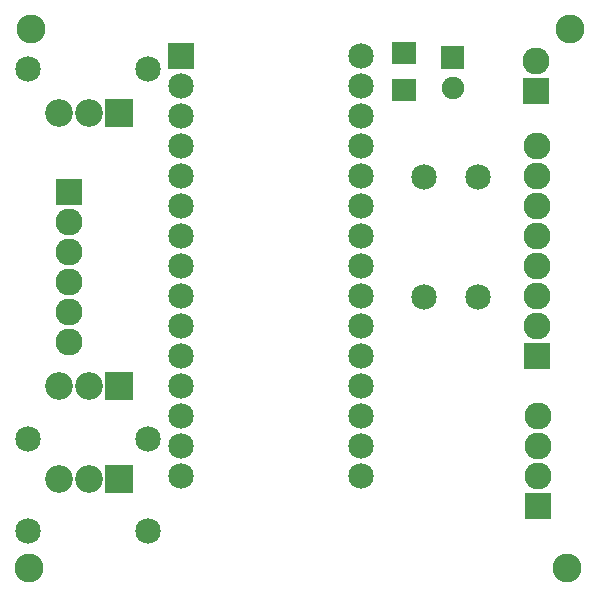
<source format=gts>
G04 MADE WITH FRITZING*
G04 WWW.FRITZING.ORG*
G04 DOUBLE SIDED*
G04 HOLES PLATED*
G04 CONTOUR ON CENTER OF CONTOUR VECTOR*
%ASAXBY*%
%FSLAX23Y23*%
%MOIN*%
%OFA0B0*%
%SFA1.0B1.0*%
%ADD10C,0.090000*%
%ADD11C,0.096614*%
%ADD12C,0.085000*%
%ADD13C,0.092000*%
%ADD14C,0.075000*%
%ADD15R,0.090000X0.090000*%
%ADD16R,0.084803X0.072992*%
%ADD17R,0.092000X0.092000*%
%ADD18R,0.085000X0.085000*%
%ADD19R,0.001000X0.001000*%
%LNMASK1*%
G90*
G70*
G54D10*
X214Y1336D03*
X214Y1236D03*
X214Y1136D03*
X214Y1036D03*
X214Y936D03*
X214Y836D03*
X1778Y290D03*
X1778Y390D03*
X1778Y490D03*
X1778Y590D03*
X1771Y1674D03*
X1771Y1774D03*
G54D11*
X1876Y83D03*
X1885Y1882D03*
X81Y83D03*
X89Y1882D03*
G54D12*
X479Y1747D03*
X79Y1747D03*
X479Y513D03*
X79Y513D03*
X479Y206D03*
X79Y206D03*
X1578Y1386D03*
X1578Y986D03*
X1399Y1386D03*
X1399Y986D03*
G54D13*
X382Y1601D03*
X282Y1601D03*
X182Y1601D03*
X382Y692D03*
X282Y692D03*
X182Y692D03*
X382Y381D03*
X282Y381D03*
X182Y381D03*
G54D14*
X1495Y1784D03*
X1495Y1684D03*
X1495Y1784D03*
X1495Y1684D03*
G54D10*
X1775Y791D03*
X1775Y891D03*
X1775Y991D03*
X1775Y1091D03*
X1775Y1191D03*
X1775Y1291D03*
X1775Y1391D03*
X1775Y1491D03*
G54D12*
X590Y1792D03*
X1190Y1792D03*
X590Y1692D03*
X1190Y1692D03*
X590Y1592D03*
X1190Y1592D03*
X590Y1492D03*
X1190Y1492D03*
X590Y1392D03*
X1190Y1392D03*
X590Y1292D03*
X1190Y1292D03*
X590Y1192D03*
X1190Y1192D03*
X590Y1092D03*
X1190Y1092D03*
X590Y992D03*
X1190Y992D03*
X590Y892D03*
X1190Y892D03*
X590Y792D03*
X1190Y792D03*
X590Y692D03*
X1190Y692D03*
X590Y592D03*
X1190Y592D03*
X590Y492D03*
X1190Y492D03*
X590Y392D03*
X1190Y392D03*
G54D15*
X214Y1336D03*
X1778Y290D03*
X1771Y1674D03*
G54D16*
X1331Y1800D03*
X1331Y1678D03*
G54D17*
X382Y1601D03*
X382Y692D03*
X382Y381D03*
G54D15*
X1775Y791D03*
G54D18*
X590Y1792D03*
G54D19*
X1457Y1822D02*
X1531Y1822D01*
X1457Y1821D02*
X1531Y1821D01*
X1457Y1820D02*
X1531Y1820D01*
X1457Y1819D02*
X1531Y1819D01*
X1457Y1818D02*
X1531Y1818D01*
X1457Y1817D02*
X1531Y1817D01*
X1457Y1816D02*
X1531Y1816D01*
X1457Y1815D02*
X1531Y1815D01*
X1457Y1814D02*
X1531Y1814D01*
X1457Y1813D02*
X1531Y1813D01*
X1457Y1812D02*
X1531Y1812D01*
X1457Y1811D02*
X1531Y1811D01*
X1457Y1810D02*
X1531Y1810D01*
X1457Y1809D02*
X1531Y1809D01*
X1457Y1808D02*
X1531Y1808D01*
X1457Y1807D02*
X1531Y1807D01*
X1457Y1806D02*
X1531Y1806D01*
X1457Y1805D02*
X1531Y1805D01*
X1457Y1804D02*
X1531Y1804D01*
X1457Y1803D02*
X1531Y1803D01*
X1457Y1802D02*
X1531Y1802D01*
X1457Y1801D02*
X1531Y1801D01*
X1457Y1800D02*
X1531Y1800D01*
X1457Y1799D02*
X1531Y1799D01*
X1457Y1798D02*
X1531Y1798D01*
X1457Y1797D02*
X1531Y1797D01*
X1457Y1796D02*
X1531Y1796D01*
X1457Y1795D02*
X1531Y1795D01*
X1457Y1794D02*
X1531Y1794D01*
X1457Y1793D02*
X1490Y1793D01*
X1498Y1793D02*
X1531Y1793D01*
X1457Y1792D02*
X1488Y1792D01*
X1500Y1792D02*
X1531Y1792D01*
X1457Y1791D02*
X1487Y1791D01*
X1501Y1791D02*
X1531Y1791D01*
X1457Y1790D02*
X1486Y1790D01*
X1502Y1790D02*
X1531Y1790D01*
X1457Y1789D02*
X1486Y1789D01*
X1502Y1789D02*
X1531Y1789D01*
X1457Y1788D02*
X1485Y1788D01*
X1503Y1788D02*
X1531Y1788D01*
X1457Y1787D02*
X1485Y1787D01*
X1503Y1787D02*
X1531Y1787D01*
X1457Y1786D02*
X1485Y1786D01*
X1503Y1786D02*
X1531Y1786D01*
X1457Y1785D02*
X1485Y1785D01*
X1503Y1785D02*
X1531Y1785D01*
X1457Y1784D02*
X1485Y1784D01*
X1503Y1784D02*
X1531Y1784D01*
X1457Y1783D02*
X1485Y1783D01*
X1503Y1783D02*
X1531Y1783D01*
X1457Y1782D02*
X1485Y1782D01*
X1503Y1782D02*
X1531Y1782D01*
X1457Y1781D02*
X1485Y1781D01*
X1503Y1781D02*
X1531Y1781D01*
X1457Y1780D02*
X1486Y1780D01*
X1502Y1780D02*
X1531Y1780D01*
X1457Y1779D02*
X1486Y1779D01*
X1502Y1779D02*
X1531Y1779D01*
X1457Y1778D02*
X1487Y1778D01*
X1501Y1778D02*
X1531Y1778D01*
X1457Y1777D02*
X1489Y1777D01*
X1499Y1777D02*
X1531Y1777D01*
X1457Y1776D02*
X1492Y1776D01*
X1496Y1776D02*
X1531Y1776D01*
X1457Y1775D02*
X1531Y1775D01*
X1457Y1774D02*
X1531Y1774D01*
X1457Y1773D02*
X1531Y1773D01*
X1457Y1772D02*
X1531Y1772D01*
X1457Y1771D02*
X1531Y1771D01*
X1457Y1770D02*
X1531Y1770D01*
X1457Y1769D02*
X1531Y1769D01*
X1457Y1768D02*
X1531Y1768D01*
X1457Y1767D02*
X1531Y1767D01*
X1457Y1766D02*
X1531Y1766D01*
X1457Y1765D02*
X1531Y1765D01*
X1457Y1764D02*
X1531Y1764D01*
X1457Y1763D02*
X1531Y1763D01*
X1457Y1762D02*
X1531Y1762D01*
X1457Y1761D02*
X1531Y1761D01*
X1457Y1760D02*
X1531Y1760D01*
X1457Y1759D02*
X1531Y1759D01*
X1457Y1758D02*
X1531Y1758D01*
X1457Y1757D02*
X1531Y1757D01*
X1457Y1756D02*
X1531Y1756D01*
X1457Y1755D02*
X1531Y1755D01*
X1457Y1754D02*
X1531Y1754D01*
X1457Y1753D02*
X1531Y1753D01*
X1457Y1752D02*
X1531Y1752D01*
X1457Y1751D02*
X1531Y1751D01*
X1457Y1750D02*
X1531Y1750D01*
X1457Y1749D02*
X1531Y1749D01*
X1457Y1748D02*
X1531Y1748D01*
D02*
G04 End of Mask1*
M02*
</source>
